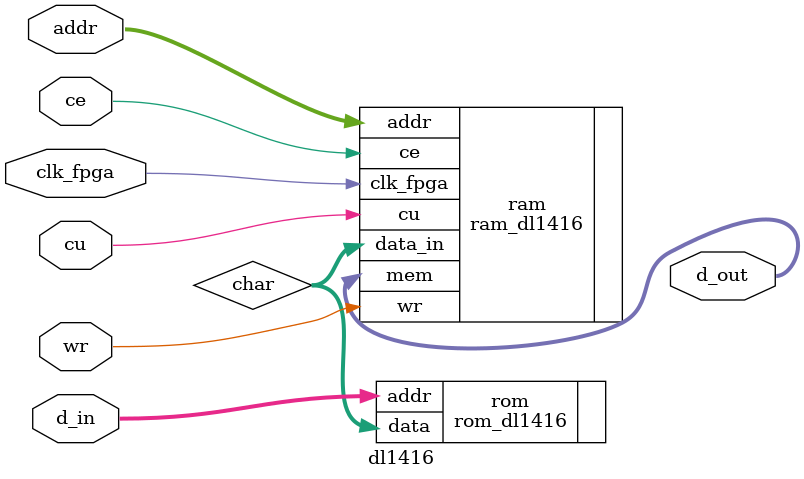
<source format=v>
`timescale 1ns / 1ps


module dl1416(
    input clk_fpga, 
    input [6:0] d_in,
    input [1:0] addr,
    input ce,
    input wr,
    input cu,
    output [63:0] d_out
    );
    
    wire [15:0] char; 
    
    rom_dl1416 rom(.addr(d_in), .data(char));
    
    ram_dl1416 ram(.clk_fpga(clk_fpga), .data_in(char), .addr(addr), .ce(ce), .wr(wr), .cu(cu), .mem(d_out));
        
endmodule

</source>
